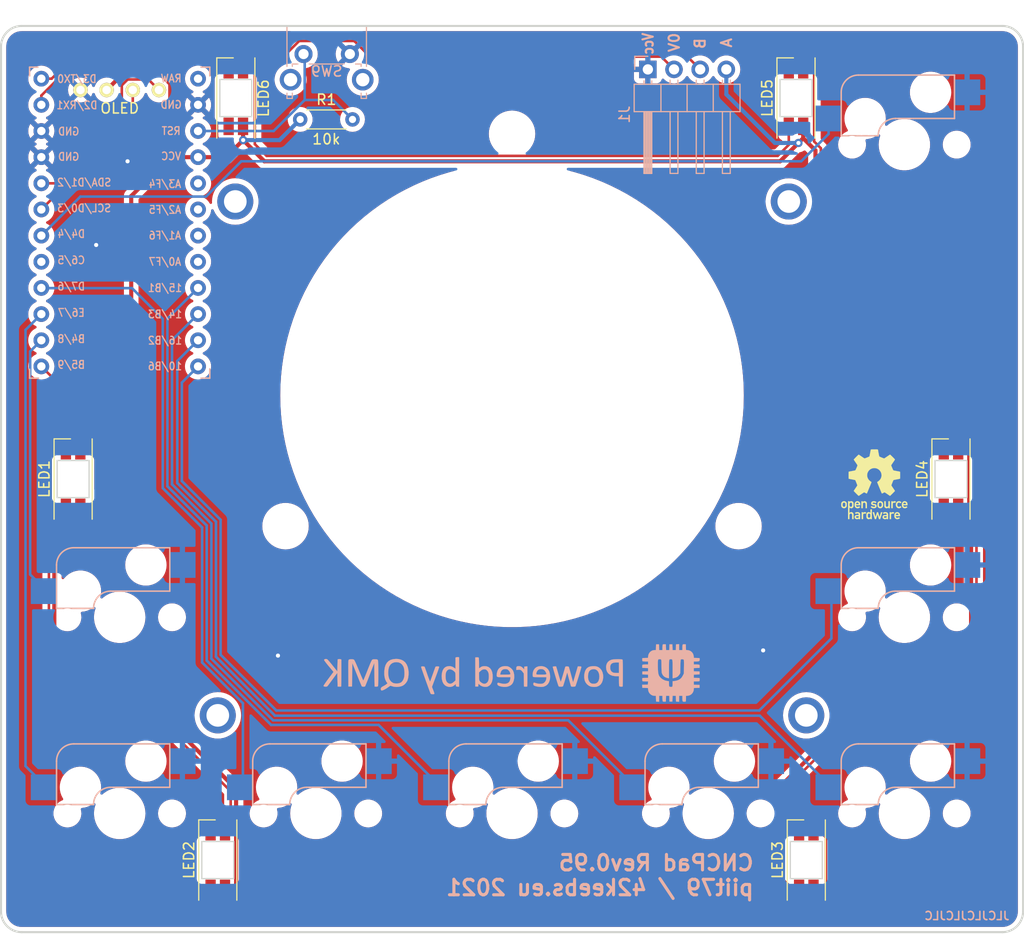
<source format=kicad_pcb>
(kicad_pcb (version 20211014) (generator pcbnew)
  (layers (0 "F.Cu" signal) (31 "B.Cu" signal) (34 "B.Paste" user) (35 "F.Paste" user) (36 "B.SilkS" user "B.Silkscreen") (37 "F.SilkS" user "F.Silkscreen") (38 "B.Mask" user) (39 "F.Mask" user) (44 "Edge.Cuts" user))
  (net 0 "")
  (net 1 "Net-(LED1-Pad2)")
  (net 2 "Net-(LED3-Pad2)")
  (net 7 "RESET")
  (net 9 "GND")
  (net 10 "EN2")
  (net 11 "EN1")
  (net 12 "+5V")
  (net 13 "Net-(LED2-Pad2)")
  (net 14 "Net-(LED5-Pad2)")
  (net 15 "Net-(LED4-Pad2)")
  (net 16 "SDA")
  (net 17 "SCL")
  (net 19 "RGB")
  (net 20 "SW1")
  (net 21 "SW2")
  (net 22 "SW3")
  (net 23 "SW4")
  (net 24 "SW5")
  (net 25 "SW6")
  (net 26 "SW7")
  (net 28 "SW8")
  (footprint "MountingHole:MountingHole_2.2mm_M2_ISO7380_Pad" (layer "F.Cu") (at 180.9746 125.0548)
    (fp_text reference "H5")
    (fp_text value "MountingHole" hide)
    (pad "1" thru_hole circle locked (at 0 0) (size 3.5 3.5) (drill 2.2) (layers *.Cu *.Mask))
  )
  (footprint "cncpad:YS-SK6812MINI-E" (layer "F.Cu") (at 125.5776 65.105 -90)
    (fp_text reference "LED6" (at 0.0206 -2.6924 -90) (layer "F.SilkS"))
    (fp_text value "YS-SK6812MINI-E")
    (fp_line (start 1.8 -1.55) (end -1.8 -1.55) (layer "Edge.Cuts") (width 0.12))
    (fp_line (start -1.8 -1.55) (end -1.8 1.55) (layer "Edge.Cuts") (width 0.12))
    (fp_line (start -1.8 1.55) (end 1.8 1.55) (layer "Edge.Cuts") (width 0.12))
    (fp_line (start 1.8 1.55) (end 1.8 -1.55) (layer "Edge.Cuts") (width 0.12))
    (pad "1" smd rect (at 2.75 -0.7 270) (size 1.7 1) (layers "F.Cu" "F.Paste" "F.Mask") (net 12 "+5V"))
    (pad "2" smd rect (at 2.75 0.7 270) (size 1.7 1) (layers "F.Cu" "F.Paste" "F.Mask"))
    (pad "3" smd rect (at -2.75 0.7 270) (size 1.7 1) (layers "F.Cu" "F.Paste" "F.Mask") (net 9 "GND"))
    (pad "4" smd rect (at -2.75 -0.7 270) (size 1.7 1) (layers "F.Cu" "F.Paste" "F.Mask") (net 14 "Net-(LED5-Pad2)"))
  )
  (footprint "MountingHole:MountingHole_2.2mm_M2_ISO7380_Pad" (layer "F.Cu") (at 125.5246 75.1548)
    (fp_text reference "H2")
    (fp_text value "MountingHole" hide)
    (pad "1" thru_hole circle locked (at 0 0) (size 3.5 3.5) (drill 2.2) (layers *.Cu *.Mask))
  )
  (footprint "cncpad:YS-SK6812MINI-E" (layer "F.Cu") (at 195.025 102.105 -90)
    (fp_text reference "LED4" (at 0 2.794 -90) (layer "F.SilkS"))
    (fp_text value "YS-SK6812MINI-E")
    (fp_line (start -1.8 -1.55) (end -1.8 1.55) (layer "Edge.Cuts") (width 0.12))
    (fp_line (start -1.8 1.55) (end 1.8 1.55) (layer "Edge.Cuts") (width 0.12))
    (fp_line (start 1.8 1.55) (end 1.8 -1.55) (layer "Edge.Cuts") (width 0.12))
    (fp_line (start 1.8 -1.55) (end -1.8 -1.55) (layer "Edge.Cuts") (width 0.12))
    (pad "1" smd rect (at 2.75 -0.7 270) (size 1.7 1) (layers "F.Cu" "F.Paste" "F.Mask") (net 12 "+5V"))
    (pad "2" smd rect (at 2.75 0.7 270) (size 1.7 1) (layers "F.Cu" "F.Paste" "F.Mask") (net 15 "Net-(LED4-Pad2)"))
    (pad "3" smd rect (at -2.75 0.7 270) (size 1.7 1) (layers "F.Cu" "F.Paste" "F.Mask") (net 9 "GND"))
    (pad "4" smd rect (at -2.75 -0.7 270) (size 1.7 1) (layers "F.Cu" "F.Paste" "F.Mask") (net 2 "Net-(LED3-Pad2)"))
  )
  (footprint "MountingHole:MountingHole_2.2mm_M2_ISO7380_Pad" (layer "F.Cu") (at 179.2746 75.1548)
    (fp_text reference "H3")
    (fp_text value "MountingHole" hide)
    (pad "1" thru_hole circle locked (at 0 0) (size 3.5 3.5) (drill 2.2) (layers *.Cu *.Mask))
  )
  (footprint "cncpad:YS-SK6812MINI-E" (layer "F.Cu") (at 179.975 65.105 -90)
    (fp_text reference "LED5" (at 0 2.794 90) (layer "F.SilkS"))
    (fp_text value "YS-SK6812MINI-E")
    (fp_line (start 1.8 -1.55) (end -1.8 -1.55) (layer "Edge.Cuts") (width 0.12))
    (fp_line (start -1.8 -1.55) (end -1.8 1.55) (layer "Edge.Cuts") (width 0.12))
    (fp_line (start -1.8 1.55) (end 1.8 1.55) (layer "Edge.Cuts") (width 0.12))
    (fp_line (start 1.8 1.55) (end 1.8 -1.55) (layer "Edge.Cuts") (width 0.12))
    (pad "1" smd rect (at 2.75 -0.7 270) (size 1.7 1) (layers "F.Cu" "F.Paste" "F.Mask") (net 12 "+5V"))
    (pad "2" smd rect (at 2.75 0.7 270) (size 1.7 1) (layers "F.Cu" "F.Paste" "F.Mask") (net 14 "Net-(LED5-Pad2)"))
    (pad "3" smd rect (at -2.75 0.7 270) (size 1.7 1) (layers "F.Cu" "F.Paste" "F.Mask") (net 9 "GND"))
    (pad "4" smd rect (at -2.75 -0.7 270) (size 1.7 1) (layers "F.Cu" "F.Paste" "F.Mask") (net 15 "Net-(LED4-Pad2)"))
  )
  (footprint "cncpad:YS-SK6812MINI-E" (layer "F.Cu") (at 180.975 139.105 -90)
    (fp_text reference "LED3" (at 0 2.794 -90) (layer "F.SilkS"))
    (fp_text value "YS-SK6812MINI-E")
    (fp_line (start 1.8 1.55) (end 1.8 -1.55) (layer "Edge.Cuts") (width 0.12))
    (fp_line (start 1.8 -1.55) (end -1.8 -1.55) (layer "Edge.Cuts") (width 0.12))
    (fp_line (start -1.8 1.55) (end 1.8 1.55) (layer "Edge.Cuts") (width 0.12))
    (fp_line (start -1.8 -1.55) (end -1.8 1.55) (layer "Edge.Cuts") (width 0.12))
    (pad "1" smd rect (at 2.75 -0.7 270) (size 1.7 1) (layers "F.Cu" "F.Paste" "F.Mask") (net 12 "+5V"))
    (pad "2" smd rect (at 2.75 0.7 270) (size 1.7 1) (layers "F.Cu" "F.Paste" "F.Mask") (net 2 "Net-(LED3-Pad2)"))
    (pad "3" smd rect (at -2.75 0.7 270) (size 1.7 1) (layers "F.Cu" "F.Paste" "F.Mask") (net 9 "GND"))
    (pad "4" smd rect (at -2.75 -0.7 270) (size 1.7 1) (layers "F.Cu" "F.Paste" "F.Mask") (net 13 "Net-(LED2-Pad2)"))
  )
  (footprint "cncpad:YS-SK6812MINI-E" (layer "F.Cu") (at 123.825 139.105 -90)
    (fp_text reference "LED2" (at 0 2.794 -90) (layer "F.SilkS"))
    (fp_text value "YS-SK6812MINI-E")
    (fp_line (start -1.8 1.55) (end 1.8 1.55) (layer "Edge.Cuts") (width 0.12))
    (fp_line (start -1.8 -1.55) (end -1.8 1.55) (layer "Edge.Cuts") (width 0.12))
    (fp_line (start 1.8 1.55) (end 1.8 -1.55) (layer "Edge.Cuts") (width 0.12))
    (fp_line (start 1.8 -1.55) (end -1.8 -1.55) (layer "Edge.Cuts") (width 0.12))
    (pad "1" smd rect (at 2.75 -0.7 270) (size 1.7 1) (layers "F.Cu" "F.Paste" "F.Mask") (net 12 "+5V"))
    (pad "2" smd rect (at 2.75 0.7 270) (size 1.7 1) (layers "F.Cu" "F.Paste" "F.Mask") (net 13 "Net-(LED2-Pad2)"))
    (pad "3" smd rect (at -2.75 0.7 270) (size 1.7 1) (layers "F.Cu" "F.Paste" "F.Mask") (net 9 "GND"))
    (pad "4" smd rect (at -2.75 -0.7 270) (size 1.7 1) (layers "F.Cu" "F.Paste" "F.Mask") (net 1 "Net-(LED1-Pad2)"))
  )
  (footprint "MountingHole:MountingHole_2.2mm_M2_ISO7380_Pad" (layer "F.Cu") (at 123.8246 125.0548)
    (fp_text reference "H4")
    (fp_text value "MountingHole" hide)
    (pad "1" thru_hole circle locked (at 0 0) (size 3.5 3.5) (drill 2.2) (layers *.Cu *.Mask))
  )
  (footprint "cncpad:42Keebs-icon-10mm-mask" (layer "F.Cu") (at 190.5 88.646)
    (fp_text reference "LOGO1" hide)
    (fp_text value "42. Keebs Logo" hide)
  )
  (footprint "cncpad:oshw" (layer "F.Cu") (at 187.579 102.616)
    (fp_text reference "LOGO2" hide)
    (fp_text value "Logo_Open_Hardware_Small" hide)
  )
  (footprint "Resistor_THT:R_Axial_DIN0204_L3.6mm_D1.6mm_P5.08mm_Horizontal" (layer "F.Cu") (at 131.826 67.183)
    (fp_text reference "R1" (at 2.54 -1.92) (layer "F.SilkS"))
    (fp_text value "10k" (at 2.54 1.92) (layer "F.SilkS"))
    (pad "1" thru_hole circle locked (at 0 0) (size 1.4 1.4) (drill 0.7) (layers *.Cu *.Mask) (net 12 "+5V"))
    (pad "2" thru_hole oval locked (at 5.08 0) (size 1.4 1.4) (drill 0.7) (layers *.Cu *.Mask) (net 7 "RESET"))
  )
  (footprint "kbd:OLED_v2" (layer "F.Cu") (at 114.3 64.325 180)
    (fp_text reference "OLED1")
    (fp_text value "OLED" hide)
    (fp_text user "OLED" (at 0 -1.778) (layer "F.SilkS"))
    (pad "1" thru_hole circle locked (at -3.81 0 180) (size 1.397 1.397) (drill 0.8128) (layers *.Cu "F.SilkS" "B.Mask") (net 16 "SDA"))
    (pad "2" thru_hole circle locked (at -1.27 0 180) (size 1.397 1.397) (drill 0.8128) (layers *.Cu "F.SilkS" "B.Mask") (net 17 "SCL"))
    (pad "3" thru_hole circle locked (at 1.27 0 180) (size 1.397 1.397) (drill 0.8128) (layers *.Cu "F.SilkS" "B.Mask") (net 12 "+5V"))
    (pad "4" thru_hole circle locked (at 3.81 0 180) (size 1.397 1.397) (drill 0.8128) (layers *.Cu "F.SilkS" "B.Mask") (net 9 "GND"))
  )
  (footprint "cncpad:YS-SK6812MINI-E" (layer "F.Cu") (at 109.775 102.105 -90)
    (fp_text reference "LED1" (at 0 2.794 -90) (layer "F.SilkS"))
    (fp_text value "YS-SK6812MINI-E")
    (fp_line (start 1.8 -1.55) (end -1.8 -1.55) (layer "Edge.Cuts") (width 0.12))
    (fp_line (start -1.8 1.55) (end 1.8 1.55) (layer "Edge.Cuts") (width 0.12))
    (fp_line (start 1.8 1.55) (end 1.8 -1.55) (layer "Edge.Cuts") (width 0.12))
    (fp_line (start -1.8 -1.55) (end -1.8 1.55) (layer "Edge.Cuts") (width 0.12))
    (pad "1" smd rect (at 2.75 -0.7 270) (size 1.7 1) (layers "F.Cu" "F.Paste" "F.Mask") (net 12 "+5V"))
    (pad "2" smd rect (at 2.75 0.7 270) (size 1.7 1) (layers "F.Cu" "F.Paste" "F.Mask") (net 1 "Net-(LED1-Pad2)"))
    (pad "3" smd rect (at -2.75 0.7 270) (size 1.7 1) (layers "F.Cu" "F.Paste" "F.Mask") (net 9 "GND"))
    (pad "4" smd rect (at -2.75 -0.7 270) (size 1.7 1) (layers "F.Cu" "F.Paste" "F.Mask") (net 19 "RGB"))
  )
  (footprint "cncpad:CNC_Encoder" (layer "F.Cu") (at 152.4 93.98)
    (fp_text reference "H1" hide)
    (fp_text value "CNC_Encoder")
    (pad "" np_thru_hole circle locked (at -21.997 12.7) (size 3.5 3.5) (drill 3.5) (layers *.Cu *.Mask))
    (pad "" np_thru_hole circle locked (at 0 0) (size 44 44) (drill 44) (layers *.Cu *.Mask))
    (pad "" np_thru_hole circle locked (at 0 -25.4) (size 3.5 3.5) (drill 3.5) (layers *.Cu *.Mask))
    (pad "" np_thru_hole circle locked (at 21.997 12.7) (size 3.5 3.5) (drill 3.5) (layers *.Cu *.Mask))
  )
  (footprint "cncpad:Kailh_MX_Socket-swapped-pads" (layer "B.Cu") (at 171.45 134.58 180)
    (fp_text reference "SW5")
    (fp_text value "SW_PUSH" hide)
    (pad "" np_thru_hole circle (at -2.54 5.08 180) (size 3 3) (drill 3) (layers *.Cu *.Mask))
    (pad "" np_thru_hole circle (at 3.81 2.54 180) (size 3 3) (drill 3) (layers *.Cu *.Mask))
    (pad "" np_thru_hole circle (at 0 0 180) (size 3.98018 3.98018) (drill 3.98018) (layers *.Cu *.Mask))
    (pad "" np_thru_hole circle (at 5.08 0 180) (size 1.7 1.7) (drill 1.7) (layers *.Cu *.Mask))
    (pad "" np_thru_hole circle (at -5.08 0 180) (size 1.7 1.7) (drill 1.7) (layers *.Cu *.Mask))
    (pad "1" smd rect (at 7.36 2.54 180) (size 2.55 2.5) (layers "B.Cu" "B.Paste" "B.Mask") (net 24 "SW5"))
    (pad "2" smd rect (at -6.09 5.08 180) (size 2.55 2.5) (layers "B.Cu" "B.Paste" "B.Mask") (net 9 "GND"))
  )
  (footprint "cncpad:qmk" (layer "B.Cu") (at 152.273 120.904 180)
    (fp_text reference "LOGO3" hide)
    (fp_text value "Powered_by_QMK" hide)
  )
  (footprint "cncpad:Kailh_MX_Socket-swapped-pads" (layer "B.Cu") (at 152.4 134.58 180)
    (fp_text reference "SW4")
    (fp_text value "SW_PUSH" hide)
    (pad "" np_thru_hole circle (at -5.08 0 180) (size 1.7 1.7) (drill 1.7) (layers *.Cu *.Mask))
    (pad "" np_thru_hole circle (at 5.08 0 180) (size 1.7 1.7) (drill 1.7) (layers *.Cu *.Mask))
    (pad "" np_thru_hole circle (at -2.54 5.08 180) (size 3 3) (drill 3) (layers *.Cu *.Mask))
    (pad "" np_thru_hole circle (at 0 0 180) (size 3.98018 3.98018) (drill 3.98018) (layers *.Cu *.Mask))
    (pad "" np_thru_hole circle (at 3.81 2.54 180) (size 3 3) (drill 3) (layers *.Cu *.Mask))
    (pad "1" smd rect (at 7.36 2.54 180) (size 2.55 2.5) (layers "B.Cu" "B.Paste" "B.Mask") (net 23 "SW4"))
    (pad "2" smd rect (at -6.09 5.08 180) (size 2.55 2.5) (layers "B.Cu" "B.Paste" "B.Mask") (net 9 "GND"))
  )
  (footprint "Button_Switch_THT:SW_Tactile_SPST_Angled_PTS645Vx39-2LFS" (layer "B.Cu") (at 136.652 60.833 180)
    (fp_text reference "SW9" (at 2.25 -1.68) (layer "B.SilkS") (effects (justify mirror)))
    (fp_text value "SW_PUSH")
    (pad "" thru_hole circle locked (at 5.76 -2.49 180) (size 2.1 2.1) (drill 1.3) (layers *.Cu *.Mask))
    (pad "" thru_hole circle locked (at -1.25 -2.49 180) (size 2.1 2.1) (drill 1.3) (layers *.Cu *.Mask))
    (pad "1" thru_hole circle locked (at 0 0 180) (size 1.75 1.75) (drill 0.99) (layers *.Cu *.Mask) (net 9 "GND"))
    (pad "2" thru_hole circle locked (at 4.5 0 180) (size 1.75 1.75) (drill 0.99) (layers *.Cu *.Mask) (net 7 "RESET"))
  )
  (footprint "cncpad:ProMicro-USB-C" (layer "B.Cu") (at 114.3 77.705 180)
    (fp_text reference "U1" hide)
    (fp_text value "ProMicro" hide)
    (fp_text user "GND" (at -4.995 11.95 unlocked) (layer "B.SilkS") (effects (font (size 0.75 0.67) (thickness 0.125)) (justify mirror)))
    (fp_text user "A3/F4" (at -4.395 4.25 unlocked) (layer "B.SilkS") (effects (font (size 0.75 0.67) (thickness 0.125)) (justify mirror)))
    (fp_text user "D4/4" (at 4.705 -0.6 unlocked) (layer "B.SilkS") (effects (font (size 0.75 0.67) (thickness 0.125)) (justify mirror)))
    (fp_text user "10/B6" (at -4.395 -13.45 unlocked) (layer "B.SilkS") (effects (font (size 0.75 0.67) (thickness 0.125)) (justify mirror)))
    (fp_text user "RST" (at -4.995 9.4 unlocked) (layer "B.SilkS") (effects (font (size 0.75 0.67) (thickness 0.125)) (justify mirror)))
    (fp_text user "16/B2" (at -4.395 -10.95 unlocked) (layer "B.SilkS") (effects (font (size 0.75 0.67) (thickness 0.125)) (justify mirror)))
    (fp_text user "VCC" (at -4.995 6.95 unlocked) (layer "B.SilkS") (effects (font (size 0.75 0.67) (thickness 0.125)) (justify mirror)))
    (fp_text user "D3/TX0" (at 4.155 14.45 unlocked) (layer "B.SilkS") (effects (font (size 0.75 0.67) (thickness 0.125)) (justify mirror)))
    (fp_text user "A1/F6" (at -4.395 -0.75 unlocked) (layer "B.SilkS") (effects (font (size 0.75 0.67) (thickness 0.125)) (justify mirror)))
    (fp_text user "GND" (at 4.955 6.9 unlocked) (layer "B.SilkS") (effects (font (size 0.75 0.67) (thickness 0.125)) (justify mirror)))
    (fp_text user "D2/RX1" (at 4.155 11.9 unlocked) (layer "B.SilkS") (effects (font (size 0.75 0.67) (thickness 0.125)) (justify mirror)))
    (fp_text user "SDA/D1/2" (at 3.455 4.4 unlocked) (layer "B.SilkS") (effects (font (size 0.75 0.67) (thickness 0.125)) (justify mirror)))
    (fp_text user "A2/F5" (at -4.395 1.75 unlocked) (layer "B.SilkS") (effects (font (size 0.75 0.67) (thickness 0.125)) (justify mirror)))
    (fp_text user "E6/7" (at 4.705 -8.25 unlocked) (layer "B.SilkS") (effects (font (size 0.75 0.67) (thickness 0.125)) (justify mirror)))
    (fp_text user "B4/8" (at 4.705 -10.8 unlocked) (layer "B.SilkS") (effects (font (size 0.75 0.67) (thickness 0.125)) (justify mirror)))
    (fp_text user "RAW" (at -4.995 14.5 unlocked) (layer "B.SilkS") (effects (font (size 0.75 0.67) (thickness 0.125)) (justify mirror)))
    (fp_text user "A0/F7" (at -4.395 -3.3 unlocked) (layer "B.SilkS") (effects (font (size 0.75 0.67) (thickness 0.125)) (justify mirror)))
    (fp_text user "14/B3" (at -4.395 -8.4 unlocked) (layer "B.SilkS") (effects (font (size 0.75 0.67) (thickness 0.125)) (justify mirror)))
    (fp_text user "15/B1" (at -4.395 -5.85 unlocked) (layer "B.SilkS") (effects (font (size 0.75 0.67) (thickness 0.125)) (justify mirror)))
    (fp_text user "B5/9" (at 4.705 -13.3 unlocked) (layer "B.SilkS") (effects (font (size 0.75 0.67) (thickness 0.125)) (justify mirror)))
    (fp_text user "SCL/D0/3" (at 3.455 1.9 unlocked) (layer "B.SilkS") (effects (font (size 0.75 0.67) (thickness 0.125)) (justify mirror)))
    (fp_text user "GND" (at 4.955 9.35 unlocked) (layer "B.SilkS") (effects (font (size 0.75 0.67) (thickness 0.125)) (justify mirror)))
    (fp_text user "D7/6" (at 4.705 -5.7 unlocked) (layer "B.SilkS") (effects (font (size 0.75 0.67) (thickness 0.125)) (justify mirror)))
    (fp_text user "C6/5" (at 4.705 -3.15 unlocked) (layer "B.SilkS") (effects (font (size 0.75 0.67) (thickness 0.125)) (justify mirror)))
    (pad "1" thru_hole circle (at 7.6114 14.478 180) (size 1.524 1.524) (drill 0.8128) (layers *.Cu *.Mask) (net 11 "EN1"))
    (pad "2" thru_hole circle (at 7.6114 11.938 180) (size 1.524 1.524) (drill 0.8128) (layers *.Cu *.Mask) (net 10 "EN2"))
    (pad "3" thru_hole circle (at 7.6114 9.398 180) (size 1.524 1.524) (drill 0.8128) (layers *.Cu *.Mask) (net 9 "GND"))
    (pad "4" thru_hole circle (at 7.6114 6.858 180) (size 1.524 1.524) (drill 0.8128) (layers *.Cu *.Mask) (net 9 "GND"))
    (pad "5" thru_hole circle (at 7.6114 4.318 180) (size 1.524 1.524) (drill 0.8128) (layers *.Cu *.Mask) (net 16 "SDA"))
    (pad "6" thru_hole circle (at 7.6114 1.778 180) (size 1.524 1.524) (drill 0.8128) (layers *.Cu *.Mask) (net 17 "SCL"))
    (pad "7" thru_hole circle (at 7.6114 -0.762 180) (size 1.524 1.524) (drill 0.8128) (layers *.Cu *.Mask) (net 28 "SW8"))
    (pad "8" thru_hole circle (at 7.6114 -3.302 180) (size 1.524 1.524) (drill 0.8128) (layers *.Cu *.Mask))
    (pad "9" thru_hole circle (at 7.6114 -5.842 180) (size 1.524 1.524) (drill 0.8128) (layers *.Cu *.Mask) (net 22 "SW3"))
    (pad "10" thru_hole circle (at 7.6114 -8.382 180) (size 1.524 1.524) (drill 0.8128) (layers *.Cu *.Mask) (net 21 "SW2"))
    (pad "11" thru_hole circle (at 7.6114 -10.922 180) (size 1.524 1.524) (drill 0.8128) (layers *.Cu *.Mask) (net 20 "SW1"))
    (pad "12" thru_hole circle (at 7.6114 -13.462 180) (size 1.524 1.524) (drill 0.8128) (layers *.Cu *.Mask) (net 19 "RGB"))
    (pad "13" thru_hole circle (at -7.6086 -13.462 180) (size 1.524 1.524) (drill 0.8128) (layers *.Cu *.Mask) (net 26 "SW7"))
    (pad "14" thru_hole circle (at -7.6086 -10.922 180) (size 1.524 1.524) (drill 0.8128) (layers *.Cu *.Mask) (net 25 "SW6"))
    (pad "15" thru_hole circle (at -7.6086 -8.382 180) (size 1.524 1.524) (drill 0.8128) (layers *.Cu *.Mask) (net 24 "SW5"))
    (pad "16" thru_hole circle (at -7.6086 -5.842 180) (size 1.524 1.524) (drill 0.8128) (layers *.Cu *.Mask) (net 23 "SW4"))
    (pad "17" thru_hole circle (at -7.6086 -3.302 180) (size 1.524 1.524) (drill 0.8128) (layers *.Cu *.Mask))
    (pad "18" thru_hole circle (at -7.6086 -0.762 180) (size 1.524 1.524) (drill 0.8128) (layers *.Cu *.Mask))
    (pad "19" thru_hole circle (at -7.6086 1.778 180) (size 1.524 1.524) (drill 0.8128) (layers *.Cu *.Mask))
    (pad "20" thru_hole circle (at -7.6086 4.318 180) (size 1.524 1.524) (drill 0.8128) (layers *.Cu *.Mask))
    (pad "21" thru_hole circle (at -7.6086 6.858 180) (size 1.524 1.524) (drill 0.8128) (layers *.Cu *.Mask) (net 12 "+5V"))
    (pad "22" thru_hole circle (at -7.6086 9.398 180) (size 1.524 1.524) (drill 0.8128) (layers *.Cu *.Mask) (net 7 "RESET"))
    (pad "23" thru_hole circle (at -7.6086 11.938 180) (size 1.524 1.524) (drill 0.8128) (layers *.Cu *.Mask) (net 9 "GND"))
    (pad "24" thru_hole circle (at -7.6086 14.478 180) (size 1.524 1.524) (drill 0.8128) (layers *.Cu *.Mask))
  )
  (footprint "cncpad:Kailh_MX_Socket-swapped-pads" (layer "B.Cu") (at 190.5 134.58 180)
    (fp_text reference "SW6")
    (fp_text value "SW_PUSH" hide)
    (pad "" np_thru_hole circle (at 3.81 2.54 180) (size 3 3) (drill 3) (layers *.Cu *.Mask))
    (pad "" np_thru_hole circle (at -5.08 0 180) (size 1.7 1.7) (drill 1.7) (layers *.Cu *.Mask))
    (pad "" np_thru_hole circle (at 0 0 180) (size 3.98018 3.98018) (drill 3.98018) (layers *.Cu *.Mask))
    (pad "" np_thru_hole circle (at 5.08 0 180) (size 1.7 1.7) (drill 1.7) (layers *.Cu *.Mask))
    (pad "" np_thru_hole circle (at -2.54 5.08 180) (size 3 3) (drill 3) (layers *.Cu *.Mask))
    (pad "1" smd rect (at 7.36 2.54 180) (size 2.55 2.5) (layers "B.Cu" "B.Paste" "B.Mask") (net 25 "SW6"))
    (pad "2" smd rect (at -6.09 5.08 180) (size 2.55 2.5) (layers "B.Cu" "B.Paste" "B.Mask") (net 9 "GND"))
  )
  (footprint "Connector_PinHeader_2.54mm:PinHeader_1x04_P2.54mm_Horizontal" (layer "B.Cu") (at 165.589 62.325 -90)
    (fp_text reference "J1" (at 4.385 2.27 90) (layer "B.SilkS") (effects (justify mirror)))
    (fp_text value "Conn_01x04_Male - Encoder")
    (pad "1" thru_hole rect locked (at 0 0 270) (size 1.7 1.7) (drill 1) (layers *.Cu *.Mask) (net 9 "GND"))
    (pad "2" thru_hole oval locked (at 0 -2.54 270) (size 1.7 1.7) (drill 1) (layers *.Cu *.Mask) (net 10 "EN2"))
    (pad "3" thru_hole oval locked (at 0 -5.08 270) (size 1.7 1.7) (drill 1) (layers *.Cu *.Mask) (net 11 "EN1"))
    (pad "4" thru_hole oval locked (at 0 -7.62 270) (size 1.7 1.7) (drill 1) (layers *.Cu *.Mask) (net 12 "+5V"))
  )
  (footprint "cncpad:Kailh_MX_Socket-swapped-pads" (layer "B.Cu") (at 190.5 69.63 180)
    (fp_text reference "SW8")
    (fp_text value "SW_PUSH" hide)
    (pad "" np_thru_hole circle (at -5.08 0 180) (size 1.7 1.7) (drill 1.7) (layers *.Cu *.Mask))
    (pad "" np_thru_hole circle (at 5.08 0 180) (size 1.7 1.7) (drill 1.7) (layers *.Cu *.Mask))
    (pad "" np_thru_hole circle (at 3.81 2.54 180) (size 3 3) (drill 3) (layers *.Cu *.Mask))
    (pad "" np_thru_hole circle (at -2.54 5.08 180) (size 3 3) (drill 3) (layers *.Cu *.Mask))
    (pad "" np_thru_hole circle (at 0 0 180) (size 3.98018 3.98018) (drill 3.98018) (layers *.Cu *.Mask))
    (pad "1" smd rect (at 7.36 2.54 180) (size 2.55 2.5) (layers "B.Cu" "B.Paste" "B.Mask") (net 28 "SW8"))
    (pad "2" smd rect (at -6.09 5.08 180) (size 2.55 2.5) (layers "B.Cu" "B.Paste" "B.Mask") (net 9 "GND"))
  )
  (footprint "cncpad:Kailh_MX_Socket-swapped-pads" (layer "B.Cu") (at 114.3 115.53 180)
    (fp_text reference "SW1")
    (fp_text value "SW_PUSH" hide)
    (pad "" np_thru_hole circle (at 0 0 180) (size 3.98018 3.98018) (drill 3.98018) (layers *.Cu *.Mask))
    (pad "" np_thru_hole circle (at -5.08 0 180) (size 1.7 1.7) (drill 1.7) (layers *.Cu *.Mask))
    (pad "" np_thru_hole circle (at 5.08 0 180) (size 1.7 1.7) (drill 1.7) (layers *.Cu *.Mask))
    (pad "" np_thru_hole circle (at -2.54 5.08 180) (size 3 3) (drill 3) (layers *.Cu *.Mask))
    (pad "" np_thru_hole circle (at 3.81 2.54 180) (size 3 3) (drill 3) (layers *.Cu *.Mask))
    (pad "1" smd rect (at 7.36 2.54 180) (size 2.55 2.5) (layers "B.Cu" "B.Paste" "B.Mask") (net 20 "SW1"))
    (pad "2" smd rect (at -6.09 5.08 180) (size 2.55 2.5) (layers "B.Cu" "B.Paste" "B.Mask") (net 9 "GND"))
  )
  (footprint "cncpad:Kailh_MX_Socket-swapped-pads" (layer "B.Cu") (at 190.5 115.53 180)
    (fp_text reference "SW7")
    (fp_text value "SW_PUSH" hide)
    (pad "" np_thru_hole circle (at -5.08 0 180) (size 1.7 1.7) (drill 1.7) (layers *.Cu *.Mask))
    (pad "" np_thru_hole circle (at 3.81 2.54 180) (size 3 3) (drill 3) (layers *.Cu *.Mask))
    (pad "" np_thru_hole circle (at 5.08 0 180) (size 1.7 1.7) (drill 1.7) (layers *.Cu *.Mask))
    (pad "" np_thru_hole circle (at -2.54 5.08 180) (size 3 3) (drill 3) (layers *.Cu *.Mask))
    (pad "" np_thru_hole circle (at 0 0 180) (size 3.98018 3.98018) (drill 3.98018) (layers *.Cu *.Mask))
    (pad "1" smd rect (at 7.36 2.54 180) (size 2.55 2.5) (layers "B.Cu" "B.Paste" "B.Mask") (net 26 "SW7"))
    (pad "2" smd rect (at -6.09 5.08 180) (size 2.55 2.5) (layers "B.Cu" "B.Paste" "B.Mask") (net 9 "GND"))
  )
  (footprint "cncpad:Kailh_MX_Socket-swapped-pads" (layer "B.Cu") (at 133.35 134.58 180)
    (fp_text reference "SW3")
    (fp_text value "SW_PUSH" hide)
    (pad "" np_thru_hole circle (at -2.54 5.08 180) (size 3 3) (drill 3) (layers *.Cu *.Mask))
    (pad "" np_thru_hole circle (at 3.81 2.54 180) (size 3 3) (drill 3) (layers *.Cu *.Mask))
    (pad "" np_thru_hole circle (at -5.08 0 180) (size 1.7 1.7) (drill 1.7) (layers *.Cu *.Mask))
    (pad "" np_thru_hole circle (at 5.08 0 180) (size 1.7 1.7) (drill 1.7) (layers *.Cu *.Mask))
    (pad "" np_thru_hole circle (at 0 0 180) (size 3.98018 3.98018) (drill 3.98018) (layers *.Cu *.Mask))
    (pad "1" smd rect (at 7.36 2.54 180) (size 2.55 2.5) (layers "B.Cu" "B.Paste" "B.Mask") (net 22 "SW3"))
    (pad "2" smd rect (at -6.09 5.08 180) (size 2.55 2.5) (layers "B.Cu" "B.Paste" "B.Mask") (net 9 "GND"))
  )
  (footprint "cncpad:Kailh_MX_Socket-swapped-pads" (layer "B.Cu") (at 114.3 134.58 180)
    (fp_text reference "SW2")
    (fp_text value "SW_PUSH" hide)
    (pad "" np_thru_hole circle (at 3.81 2.54 180) (size 3 3) (drill 3) (layers *.Cu *.Mask))
    (pad "" np_thru_hole circle (at -2.54 5.08 180) (size 3 3) (drill 3) (layers *.Cu *.Mask))
    (pad "" np_thru_hole circle (at -5.08 0 180) (size 1.7 1.7) (drill 1.7) (layers *.Cu *.Mask))
    (pad "" np_thru_hole circle (at 5.08 0 180) (size 1.7 1.7) (drill 1.7) (layers *.Cu *.Mask))
    (pad "" np_thru_hole circle (at 0 0 180) (size 3.98018 3.98018) (drill 3.98018) (layers *.Cu *.Mask))
    (pad "1" smd rect (at 7.36 2.54 180) (size 2.55 2.5) (layers "B.Cu" "B.Paste" "B.Mask") (net 21 "SW2"))
    (pad "2" smd rect (at -6.09 5.08 180) (size 2.55 2.5) (layers "B.Cu" "B.Paste" "B.Mask") (net 9 "GND"))
  )
  (gr_arc (start 200.025 58.105) (mid 201.439214 58.690786) (end 202.025 60.105) (layer "Edge.Cuts") (width 0.2))
  (gr_arc (start 202.025 144.105) (mid 201.439214 145.519214) (end 200.025 146.105) (layer "Edge.Cuts") (width 0.2))
  (gr_line (start 202.025 144.105) (end 202.025 60.105) (layer "Edge.Cuts") (width 0.2))
  (gr_line (start 102.775 144.105) (end 102.775 60.105) (layer "Edge.Cuts") (width 0.2))
  (gr_line (start 200.025 58.105) (end 104.775 58.105) (layer "Edge.Cuts") (width 0.2))
  (gr_line (start 104.775 146.105) (end 200.025 146.105) (layer "Edge.Cuts") (width 0.2))
  (gr_arc (start 104.775 146.105) (mid 103.360786 145.519214) (end 102.775 144.105) (layer "Edge.Cuts") (width 0.2))
  (gr_arc (start 102.775 60.105) (mid 103.360786 58.690786) (end 104.775 58.105) (layer "Edge.Cuts") (width 0.2))
  (gr_text "A" (at 173.228 59.182 90) (layer "B.SilkS") (effects (font (size 1 1) (thickness 0.2)) (justify left mirror)))
  (gr_text "JLCJLCJLCJLC" (at 200.787 144.526) (layer "B.SilkS") (effects (font (size 0.8 0.8)) (justify left mirror)))
  (gr_text "0V" (at 168.148 58.674 90) (layer "B.SilkS") (effects (font (size 1 1) (thickness 0.2)) (justify left mirror)))
  (gr_text "Vcc" (at 165.608 58.674 90) (layer "B.SilkS") (effects (font (size 1 0.8) (thickness 0.2)) (justify left mirror)))
  (gr_text "CNCPad Rev0.95\npiit79 / 42keebs.eu 2021" (at 176.022 140.589) (layer "B.SilkS") (effects (font (size 1.5 1.5) (thickness 0.3)) (justify left mirror)))
  (gr_text "B" (at 170.659 59.182 90) (layer "B.SilkS") (effects (font (size 1 1) (thickness 0.2)) (justify left mirror)))
  (segment (start 124.525 135.17348) (end 124.525 136.355) (width 0.25) (layer "F.Cu") (net 1))
  (segment (start 117.384736 124.73052) (end 125.07848 132.424264) (width 0.25) (layer "F.Cu") (net 1))
  (segment (start 125.07848 134.62) (end 124.525 135.17348) (width 0.25) (layer "F.Cu") (net 1))
  (segment (start 109.075 104.855) (end 109.075 106.763216) (width 0.25) (layer "F.Cu") (net 1))
  (segment (start 107.42548 108.412737) (end 107.42548 119.480372) (width 0.25) (layer "F.Cu") (net 1))
  (segment (start 125.07848 132.424264) (end 125.07848 134.62) (width 0.25) (layer "F.Cu") (net 1))
  (segment (start 112.675628 124.73052) (end 117.384736 124.73052) (width 0.25) (layer "F.Cu") (net 1))
  (segment (start 109.075 106.763216) (end 107.42548 108.412737) (width 0.25) (layer "F.Cu") (net 1))
  (segment (start 107.42548 119.480372) (end 112.675628 124.73052) (width 0.25) (layer "F.Cu") (net 1))
  (segment (start 186.182 124.968) (end 178.689 132.461) (width 0.25) (layer "F.Cu") (net 2))
  (segment (start 196.723 99.603) (end 196.723 106.361216) (width 0.25) (layer "F.Cu") (net 2))
  (segment (start 192.024 124.968) (end 186.182 124.968) (width 0.25) (layer "F.Cu") (net 2))
  (segment (start 196.475 99.355) (end 196.723 99.603) (width 0.25) (layer "F.Cu") (net 2))
  (segment (start 197.50152 119.49048) (end 192.024 124.968) (width 0.25) (layer "F.Cu") (net 2))
  (segment (start 179.574 141.855) (end 180.275 141.855) (width 0.25) (layer "F.Cu") (net 2))
  (segment (start 178.689 132.461) (end 178.689 140.97) (width 0.25) (layer "F.Cu") (net 2))
  (segment (start 197.50152 107.139737) (end 197.50152 119.49048) (width 0.25) (layer "F.Cu") (net 2))
  (segment (start 195.725 99.355) (end 196.475 99.355) (width 0.25) (layer "F.Cu") (net 2))
  (segment (start 196.723 106.361216) (end 197.50152 107.139737) (width 0.25) (layer "F.Cu") (net 2))
  (segment (start 178.689 140.97) (end 179.574 141.855) (width 0.25) (layer "F.Cu") (net 2))
  (segment (start 121.9086 68.307) (end 129.253122 68.307) (width 0.25) (layer "B.Cu") (net 7))
  (segment (start 132.266511 65.293611) (end 132.266511 60.947511) (width 0.25) (layer "B.Cu") (net 7))
  (segment (start 129.253122 68.307) (end 132.266511 65.293611) (width 0.25) (layer "B.Cu") (net 7))
  (segment (start 132.266511 65.293611) (end 135.016611 65.293611) (width 0.25) (layer "B.Cu") (net 7))
  (segment (start 135.016611 65.293611) (end 136.906 67.183) (width 0.25) (layer "B.Cu") (net 7))
  (segment (start 132.266511 60.947511) (end 132.152 60.833) (width 0.25) (layer "B.Cu") (net 7))
  (via (at 176.784 118.745) (size 0.8) (drill 0.4) (layers "F.Cu" "B.Cu") (net 9))
  (via (at 129.667 119.253) (size 0.8) (drill 0.4) (layers "F.Cu" "B.Cu") (net 9))
  (via (at 115.062 71.247) (size 0.8) (drill 0.4) (layers "F.Cu" "B.Cu") (net 9))
  (via (at 112.014 79.375) (size 0.8) (drill 0.4) (layers "F.Cu" "B.Cu") (net 9))
  (segment (start 130.201634 61.087) (end 131.725634 59.563) (width 0.25) (layer "F.Cu") (net 10))
  (segment (start 166.891 61.087) (end 168.129 62.325) (width 0.25) (layer "F.Cu") (net 10))
  (segment (start 131.725634 59.563) (end 137.078366 59.563) (width 0.25) (layer "F.Cu") (net 10))
  (segment (start 106.6886 65.767) (end 106.6886 64.863) (width 0.25) (layer "F.Cu") (net 10))
  (segment (start 137.078366 59.563) (end 138.602366 61.087) (width 0.25) (layer "F.Cu") (net 10))
  (segment (start 110.4646 61.087) (end 130.201634 61.087) (width 0.25) (layer "F.Cu") (net 10))
  (segment (start 106.6886 64.863) (end 110.4646 61.087) (width 0.25) (layer "F.Cu") (net 10))
  (segment (start 138.602366 61.087) (end 166.891 61.087) (width 0.25) (layer "F.Cu") (net 10))
  (segment (start 131.539437 59.11348) (end 137.264564 59.11348) (width 0.25) (layer "F.Cu") (net 11))
  (segment (start 106.6886 63.227) (end 107.688882 63.227) (width 0.25) (layer "F.Cu") (net 11))
  (segment (start 138.788564 60.63748) (end 168.98148 60.63748) (width 0.25) (layer "F.Cu") (net 11))
  (segment (start 130.015436 60.63748) (end 131.539437 59.11348) (width 0.25) (layer "F.Cu") (net 11))
  (segment (start 137.264564 59.11348) (end 138.788564 60.63748) (width 0.25) (layer "F.Cu") (net 11))
  (segment (start 168.98148 60.63748) (end 170.669 62.325) (width 0.25) (layer "F.Cu") (net 11))
  (segment (start 107.688882 63.227) (end 110.278403 60.63748) (width 0.25) (layer "F.Cu") (net 11))
  (segment (start 110.278403 60.63748) (end 130.015436 60.63748) (width 0.25) (layer "F.Cu") (net 11))
  (segment (start 128.3462 71.247) (end 126.2888 69.1896) (width 0.4) (layer "F.Cu") (net 12))
  (segment (start 125.603 141.351) (end 125.603 141.677) (width 0.4) (layer "F.Cu") (net 12))
  (segment (start 120.0214 70.847) (end 119.1958 70.847) (width 0.4) (layer "F.Cu") (net 12))
  (segment (start 125.425 141.855) (end 124.525 141.855) (width 0.4) (layer "F.Cu") (net 12))
  (segment (start 125.603 132.207) (end 125.603 141.351) (width 0.4) (layer "F.Cu") (net 12))
  (segment (start 114.577531 62.777469) (end 118.251069 62.777469) (width 0.4) (layer "F.Cu") (net 12))
  (segment (start 178.16448 132.243736) (end 186.001608 124.406608) (width 0.4) (layer "F.Cu") (net 12))
  (segment (start 178.435 71.247) (end 128.3462 71.247) (width 0.4) (layer "F.Cu") (net 12))
  (segment (start 124.6314 70.847) (end 126.2888 69.1896) (width 0.4) (layer "F.Cu") (net 12))
  (segment (start 180.213 69.469) (end 178.435 71.247) (width 0.4) (layer "F.Cu") (net 12))
  (segment (start 107.95 119.126) (end 113.03 124.206) (width 0.4) (layer "F.Cu") (net 12))
  (segment (start 121.9086 70.847) (end 124.6314 70.847) (width 0.4) (layer "F.Cu") (net 12))
  (segment (start 110.475 106.105) (end 107.95 108.63) (width 0.4) (layer "F.Cu") (net 12))
  (segment (start 186.001608 124.406608) (end 191.843608 124.406608) (width 0.4) (layer "F.Cu") (net 12))
  (segment (start 125.603 141.351) (end 125.603 142.699022) (width 0.4) (layer "F.Cu") (net 12))
  (segment (start 196.977 107.357) (end 195.725 106.105) (width 0.4) (layer "F.Cu") (net 12))
  (segment (start 191.843608 124.406608) (end 196.977 119.273216) (width 0.4) (layer "F.Cu") (net 12))
  (segment (start 179.094489 142.117273) (end 178.16448 141.187263) (width 0.4) (layer "F.Cu") (net 12))
  (segment (start 125.603 141.677) (end 125.425 141.855) (width 0.4) (layer "F.Cu") (net 12))
  (segment (start 119.552 70.847) (end 120.0214 70.847) (width 0.4) (layer "F.Cu") (net 12))
  (segment (start 113.03 64.325) (end 114.577531 62.777469) (width 0.4) (layer "F.Cu") (net 12))
  (segment (start 188.782 106.105) (end 181.864 99.187) (width 0.4) (layer "F.Cu") (net 12))
  (segment (start 125.603 142.699022) (end 126.008489 143.104511) (width 0.4) (layer "F.Cu") (net 12))
  (segment (start 181.864 70.196) (end 180.675 69.007) (width 0.4) (layer "F.Cu") (net 12))
  (segment (start 126.2776 69.1784) (end 126.2776 67.855) (width 0.4) (layer "F.Cu") (net 12))
  (segment (start 119.208011 63.734411) (end 119.208011 70.834789) (width 0.4) (layer "F.Cu") (net 12))
  (segment (start 126.2888 69.1896) (end 126.2776 69.1784) (width 0.4) (layer "F.Cu") (net 12))
  (segment (start 181.675 142.937) (end 181.675 141.855) (width 0.4) (layer "F.Cu") (net 12))
  (segment (start 181.507489 143.104511) (end 181.675 142.937) (width 0.4) (layer "F.Cu") (net 12))
  (segment (start 119.1958 70.847) (end 115.4176 74.6252) (width 0.4) (layer "F.Cu") (net 12))
  (segment (start 107.95 108.63) (end 107.95 119.126) (width 0.4) (layer "F.Cu") (net 12))
  (segment (start 195.725 106.105) (end 188.782 106.105) (width 0.4) (layer "F.Cu") (net 12))
  (segment (start 121.9086 70.847) (end 120.0214 70.847) (width 0.4) (layer "F.Cu") (net 12))
  (segment (start 196.977 119.273216) (end 196.977 107.357) (width 0.4) (layer "F.Cu") (net 12))
  (segment (start 111.375 104.855) (end 110.475 104.855) (width 0.4) (layer "F.Cu") (net 12))
  (segment (start 179.094489 143.104511) (end 181.507489 143.104511) (width 0.4) (layer "F.Cu") (net 12))
  (segment (start 118.251069 62.777469) (end 119.208011 63.734411) (width 0.4) (layer "F.Cu") (net 12))
  (segment (start 126.008489 143.104511) (end 179.094489 143.104511) (width 0.4) (layer "F.Cu") (net 12))
  (segment (start 110.475 104.855) (end 110.475 106.105) (width 0.4) (layer "F.Cu") (net 12))
  (segment (start 181.864 99.187) (end 181.864 70.196) (width 0.4) (layer "F.Cu") (net 12))
  (segment (start 179.094489 143.104511) (end 179.094489 142.117273) (width 0.4) (layer "F.Cu") (net 12))
  (segment (start 115.4176 74.6252) (end 115.4176 100.8124) (width 0.4) (layer "F.Cu") (net 12))
  (segment (start 180.675 69.007) (end 180.213 69.469) (width 0.4) (layer "F.Cu") (net 12))
  (segment (start 180.675 67.855) (end 180.675 69.007) (width 0.4) (layer "F.Cu") (net 12))
  (segment (start 178.16448 141.187263) (end 178.16448 132.243736) (width 0.4) (layer "F.Cu") (net 12))
  (segment (start 115.4176 100.8124) (end 111.375 104.855) (width 0.4) (layer "F.Cu") (net 12))
  (segment (start 195.725 104.855) (end 195.725 106.105) (width 0.4) (layer "F.Cu") (net 12))
  (segment (start 117.602 124.206) (end 125.603 132.207) (width 0.4) (layer "F.Cu") (net 12))
  (segment (start 119.208011 70.834789) (end 119.1958 70.847) (width 0.4) (layer "F.Cu") (net 12))
  (segment (start 113.03 124.206) (end 117.602 124.206) (width 0.4) (layer "F.Cu") (net 12))
  (via (at 180.213 69.469) (size 0.8) (drill 0.4) (layers "F.Cu" "B.Cu") (net 12))
  (via (at 126.2888 69.1896) (size 0.8) (drill 0.4) (layers "F.Cu" "B.Cu") (net 12))
  (segment (start 173.209 64.751) (end 177.927 69.469) (width 0.4) (layer "B.Cu") (net 12))
  (segment (start 177.927 69.469) (end 180.213 69.469) (width 0.4) (layer "B.Cu") (net 12))
  (segment (start 129.8194 69.1896) (end 126.2888 69.1896) (width 0.4) (layer "B.Cu") (net 12))
  (segment (start 131.826 67.183) (end 129.8194 69.1896) (width 0.4) (layer "B.Cu") (net 12))
  (segment (start 173.209 62.325) (end 173.209 64.751) (width 0.4) (layer "B.Cu") (net 12))
  (segment (start 182.88 142.649022) (end 182.88 136.906) (width 0.25) (layer "F.Cu") (net 13))
  (segment (start 123.125 141.855) (end 123.125 142.955) (width 0.25) (layer "F.Cu") (net 13))
  (segment (start 181.899991 143.629031) (end 182.88 142.649022) (width 0.25) (layer "F.Cu") (net 13))
  (segment (start 182.329 136.355) (end 181.675 136.355) (width 0.25) (layer "F.Cu") (net 13))
  (segment (start 123.799031 143.629031) (end 181.899991 143.629031) (width 0.25) (layer "F.Cu") (net 13))
  (segment (start 182.88 136.906) (end 182.329 136.355) (width 0.25) (layer "F.Cu") (net 13))
  (segment (start 123.125 142.955) (end 123.799031 143.629031) (width 0.25) (layer "F.Cu") (net 13))
  (segment (start 127.421692 69.580708) (end 127.421692 62.749092) (width 0.25) (layer "F.Cu") (net 14))
  (segment (start 127.0276 62.355) (end 126.2776 62.355) (width 0.25) (layer "F.Cu") (net 14))
  (segment (start 179.275 69.645) (end 178.19752 70.72248) (width 0.25) (layer "F.Cu") (net 14))
  (segment (start 178.19752 70.72248) (end 128.563464 70.72248) (width 0.25) (layer "F.Cu") (net 14))
  (segment (start 127.421692 62.749092) (end 127.0276 62.355) (width 0.25) (layer "F.Cu") (net 14))
  (segment (start 128.563464 70.72248) (end 127.421692 69.580708) (width 0.25) (layer "F.Cu") (net 14))
  (segment (start 179.275 67.855) (end 179.275 69.645) (width 0.25) (layer "F.Cu") (net 14))
  (segment (start 194.325 104.855) (end 193.59952 105.58048) (width 0.25) (layer "F.Cu") (net 15))
  (segment (start 180.675 62.355) (end 181.354 62.355) (width 0.25) (layer "F.Cu") (net 15))
  (segment (start 188.999264 105.58048) (end 182.38852 98.969736) (width 0.25) (layer "F.Cu") (net 15))
  (segment (start 193.59952 105.58048) (end 188.999264 105.58048) (width 0.25) (layer "F.Cu") (net 15))
  (segment (start 182.38852 98.969736) (end 182.38852 69.978736) (width 0.25) (layer "F.Cu") (net 15))
  (segment (start 182.38852 69.978736) (end 181.737 69.327216) (width 0.25) (layer "F.Cu") (net 15))
  (segment (start 181.737 69.327216) (end 181.737 62.738) (width 0.25) (layer "F.Cu") (net 15))
  (segment (start 181.354 62.355) (end 181.737 62.738) (width 0.25) (layer "F.Cu") (net 15))
  (segment (start 106.6886 73.387) (end 108.592882 73.387) (width 0.25) (layer "F.Cu") (net 16))
  (segment (start 114.5032 63.87212) (end 115.073331 63.301989) (width 0.25) (layer "F.Cu") (net 16))
  (segment (start 108.592882 73.387) (end 114.5032 67.476682) (width 0.25) (layer "F.Cu") (net 16))
  (segment (start 114.5032 67.476682) (end 114.5032 63.87212) (width 0.25) (layer "F.Cu") (net 16))
  (segment (start 117.086989 63.301989) (end 118.11 64.325) (width 0.25) (layer "F.Cu") (net 16))
  (segment (start 115.073331 63.301989) (end 117.086989 63.301989) (width 0.25) (layer "F.Cu") (net 16))
  (segment (start 115.57 67.045599) (end 106.6886 75.927) (width 0.25) (layer "F.Cu") (net 17))
  (segment (start 115.57 64.325) (end 115.57 67.045599) (width 0.25) (layer "F.Cu") (net 17))
  (segment (start 110.475 94.9534) (end 110.475 99.355) (width 0.25) (layer "F.Cu") (net 19))
  (segment (start 106.6886 91.167) (end 110.475 94.9534) (width 0.25) (layer "F.Cu") (net 19))
  (segment (start 106.6886 88.627) (end 105.602089 89.713511) (width 0.25) (layer "B.Cu") (net 20))
  (segment (start 105.602089 89.713511) (end 105.602089 111.377089) (width 0.25) (layer "B.Cu") (net 20))
  (segment (start 105.602089 111.377089) (end 107.215 112.99) (width 0.25) (layer "B.Cu") (net 20))
  (segment (start 105.152569 87.623031) (end 105.152569 129.977569) (width 0.25) (layer "B.Cu") (net 21))
  (segment (start 105.152569 129.977569) (end 107.215 132.04) (width 0.25) (layer "B.Cu") (net 21))
  (segment (start 106.6886 86.087) (end 105.152569 87.623031) (width 0.25) (layer "B.Cu") (net 21))
  (segment (start 122.301 119.916272) (end 122.301 106.807) (width 0.25) (layer "B.Cu") (net 22))
  (segment (start 122.301 106.807) (end 118.48096 102.986959) (width 0.25) (layer "B.Cu") (net 22))
  (segment (start 126.265 123.880271) (end 122.301 119.916272) (width 0.25) (layer "B.Cu") (net 22))
  (segment (start 118.48096 102.986959) (end 118.48096 86.55316) (width 0.25) (layer "B.Cu") (net 22))
  (segment (start 106.7076 83.566) (end 106.6886 83.547) (width 0.25) (layer "B.Cu") (net 22))
  (segment (start 126.265 132.04) (end 126.265 123.880271) (width 0.25) (layer "B.Cu") (net 22))
  (segment (start 118.48096 86.55316) (end 115.4938 83.566) (width 0.25) (layer "B.Cu") (net 22))
  (segment (start 115.4938 83.566) (end 106.7076 83.566) (width 0.25) (layer "B.Cu") (net 22))
  (segment (start 129.004447 125.984) (end 139.446 125.984) (width 0.25) (layer "B.Cu") (net 23))
  (segment (start 121.9086 83.547) (end 118.93048 86.52512) (width 0.25) (layer "B.Cu") (net 23))
  (segment (start 145.315 131.853) (end 145.315 132.04) (width 0.25) (layer "B.Cu") (net 23))
  (segment (start 139.446 125.984) (end 145.315 131.853) (width 0.25) (layer "B.Cu") (net 23))
  (segment (start 118.93048 86.52512) (end 118.93048 102.800762) (width 0.25) (layer "B.Cu") (net 23))
  (segment (start 122.75052 106.620803) (end 122.75052 119.730074) (width 0.25) (layer "B.Cu") (net 23))
  (segment (start 118.93048 102.800762) (end 122.75052 106.620803) (width 0.25) (layer "B.Cu") (net 23))
  (segment (start 122.75052 119.730074) (end 129.004447 125.984) (width 0.25) (layer "B.Cu") (net 23))
  (segment (start 129.190644 125.53448) (end 157.85948 125.53448) (width 0.25) (layer "B.Cu") (net 24))
  (segment (start 119.38 102.614564) (end 123.20004 106.434604) (width 0.25) (layer "B.Cu") (net 24))
  (segment (start 121.9086 86.087) (end 119.38 88.6156) (width 0.25) (layer "B.Cu") (net 24))
  (segment (start 123.20004 119.543876) (end 129.190644 125.53448) (width 0.25) (layer "B.Cu") (net 24))
  (segment (start 123.20004 106.434604) (end 123.20004 119.543876) (width 0.25) (layer "B.Cu") (net 24))
  (segment (start 119.38 88.6156) (end 119.38 102.614564) (width 0.25) (layer "B.Cu") (net 24))
  (segment (start 157.85948 125.53448) (end 164.365 132.04) (width 0.25) (layer "B.Cu") (net 24))
  (segment (start 121.9086 88.627) (end 119.888 90.6476) (width 0.25) (layer "B.Cu") (net 25))
  (segment (start 123.64956 119.357678) (end 129.376842 125.08496) (width 0.25) (layer "B.Cu") (net 25))
  (segment (start 119.888 90.6476) (end 119.888 102.486846) (width 0.25) (layer "B.Cu") (net 25))
  (segment (start 176.45996 125.08496) (end 183.415 132.04) (width 0.25) (layer "B.Cu") (net 25))
  (segment (start 123.64956 106.248407) (end 123.64956 119.357678) (width 0.25) (layer "B.Cu") (net 25))
  (segment (start 129.376842 125.08496) (end 176.45996 125.08496) (width 0.25) (layer "B.Cu") (net 25))
  (segment (start 119.888 102.486846) (end 123.64956 106.248407) (width 0.25) (layer "B.Cu") (net 25))
  (segment (start 120.33752 92.73808) (end 120.33752 102.30065) (width 0.25) (layer "B.Cu") (net 26))
  (segment (start 124.09908 106.06221) (end 124.09908 119.17148) (width 0.25) (layer "B.Cu") (net 26))
  (segment (start 121.9086 91.167) (end 120.33752 92.73808) (width 0.25) (layer "B.Cu") (net 26))
  (segment (start 129.508862 124.581262) (end 176.408738 124.581262) (width 0.25) (layer "B.Cu") (net 26))
  (segment (start 124.09908 119.17148) (end 129.508862 124.581262) (width 0.25) (layer "B.Cu") (net 26))
  (segment (start 183.415 117.575) (end 183.415 112.99) (width 0.25) (layer "B.Cu") (net 26))
  (segment (start 120.33752 102.30065) (end 124.09908 106.06221) (width 0.25) (layer "B.Cu") (net 26))
  (segment (start 176.408738 124.581262) (end 183.415 117.575) (width 0.25) (layer "B.Cu") (net 26))
  (segment (start 126.111 71.247) (end 122.682 74.676) (width 0.25) (layer "B.Cu") (net 28))
  (segment (start 180.483 71.247) (end 126.111 71.247) (width 0.25) (layer "B.Cu") (net 28))
  (segment (start 110.4796 74.676) (end 106.6886 78.467) (width 0.25) (layer "B.Cu") (net 28))
  (segment (start 183.14 67.09) (end 183.14 68.59) (width 0.25) (layer "B.Cu") (net 28))
  (segment (start 183.14 68.59) (end 180.483 71.247) (width 0.25) (layer "B.Cu") (net 28))
  (segment (start 122.682 74.676) (end 110.4796 74.676) (width 0.25) (layer "B.Cu") (net 28))
  (zone (net 9) (net_name "GND") (layers F&B.Cu) (connect_pads (clearance 0.508)) (min_thickness 0.254) (fill yes (thermal_gap 0.508) (thermal_bridge_width 0.508))
    (polygon (pts (xy 202.057 146.177) (xy 102.743 146.177) (xy 102.743 58.039) (xy 202.057 58.039)))
  )
)
</source>
